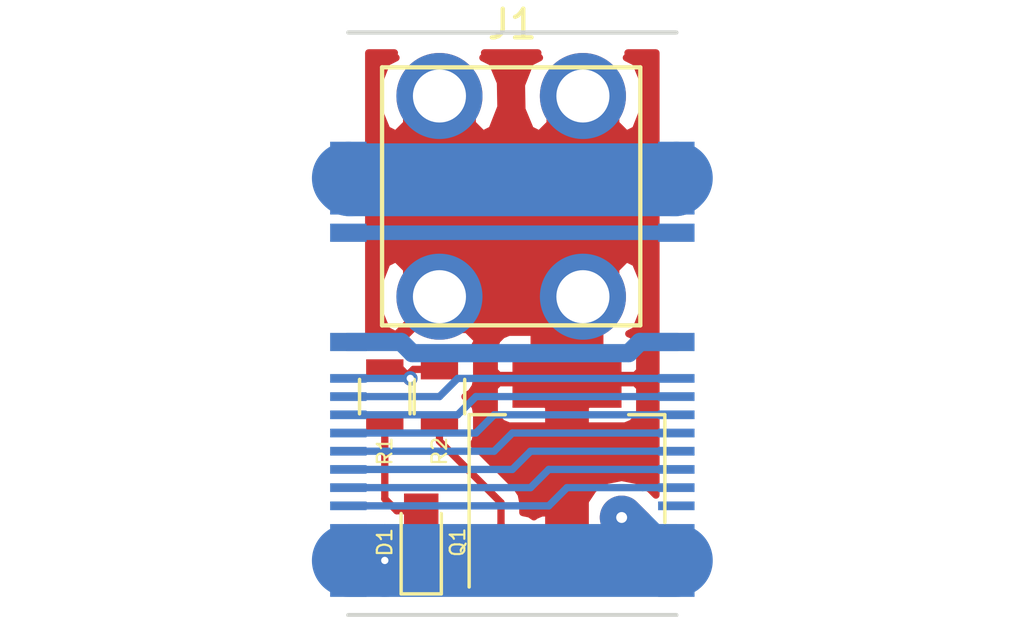
<source format=kicad_pcb>
(kicad_pcb (version 4) (host pcbnew 4.0.6-e0-6349~53~ubuntu16.04.1)

  (general
    (links 22)
    (no_connects 0)
    (area 128.042599 61.3026 164.057401 90.011686)
    (thickness 1.6)
    (drawings 2)
    (tracks 64)
    (zones 0)
    (modules 7)
    (nets 16)
  )

  (page A4)
  (layers
    (0 F.Cu signal)
    (31 B.Cu signal)
    (32 B.Adhes user)
    (33 F.Adhes user)
    (34 B.Paste user)
    (35 F.Paste user)
    (36 B.SilkS user)
    (37 F.SilkS user)
    (38 B.Mask user)
    (39 F.Mask user)
    (40 Dwgs.User user)
    (41 Cmts.User user)
    (42 Eco1.User user)
    (43 Eco2.User user)
    (44 Edge.Cuts user)
    (45 Margin user)
    (46 B.CrtYd user)
    (47 F.CrtYd user)
    (48 B.Fab user)
    (49 F.Fab user hide)
  )

  (setup
    (last_trace_width 0.254)
    (trace_clearance 0.1524)
    (zone_clearance 0.508)
    (zone_45_only no)
    (trace_min 0.1524)
    (segment_width 0.2)
    (edge_width 0.15)
    (via_size 0.508)
    (via_drill 0.254)
    (via_min_size 0.508)
    (via_min_drill 0.254)
    (uvia_size 0.3)
    (uvia_drill 0.1)
    (uvias_allowed no)
    (uvia_min_size 0)
    (uvia_min_drill 0)
    (pcb_text_width 0.3)
    (pcb_text_size 1.5 1.5)
    (mod_edge_width 0.15)
    (mod_text_size 1 1)
    (mod_text_width 0.15)
    (pad_size 1.524 1.524)
    (pad_drill 0.762)
    (pad_to_mask_clearance 0.2)
    (aux_axis_origin 140.335 81.28)
    (visible_elements FFFFFF7F)
    (pcbplotparams
      (layerselection 0x050f0_80000001)
      (usegerberextensions false)
      (excludeedgelayer true)
      (linewidth 0.100000)
      (plotframeref false)
      (viasonmask false)
      (mode 1)
      (useauxorigin true)
      (hpglpennumber 1)
      (hpglpenspeed 20)
      (hpglpendiameter 15)
      (hpglpenoverlay 2)
      (psnegative false)
      (psa4output false)
      (plotreference true)
      (plotvalue true)
      (plotinvisibletext false)
      (padsonsilk false)
      (subtractmaskfromsilk false)
      (outputformat 1)
      (mirror false)
      (drillshape 0)
      (scaleselection 1)
      (outputdirectory gbr))
  )

  (net 0 "")
  (net 1 "Net-(X1-Pad6)")
  (net 2 "Net-(X1-Pad7)")
  (net 3 "Net-(X1-Pad8)")
  (net 4 "Net-(X1-Pad9)")
  (net 5 "Net-(X1-Pad10)")
  (net 6 "Net-(X1-Pad11)")
  (net 7 "Net-(D1-Pad2)")
  (net 8 GND)
  (net 9 "Net-(J1-Pad1)")
  (net 10 "Net-(Q1-Pad1)")
  (net 11 "Net-(R1-Pad2)")
  (net 12 +12V)
  (net 13 /LIN)
  (net 14 "Net-(X1-Pad4)")
  (net 15 "Net-(X1-Pad12)")

  (net_class Default "This is the default net class."
    (clearance 0.1524)
    (trace_width 0.254)
    (via_dia 0.508)
    (via_drill 0.254)
    (uvia_dia 0.3)
    (uvia_drill 0.1)
    (add_net "Net-(D1-Pad2)")
    (add_net "Net-(Q1-Pad1)")
    (add_net "Net-(R1-Pad2)")
    (add_net "Net-(X1-Pad10)")
    (add_net "Net-(X1-Pad11)")
    (add_net "Net-(X1-Pad12)")
    (add_net "Net-(X1-Pad4)")
    (add_net "Net-(X1-Pad6)")
    (add_net "Net-(X1-Pad7)")
    (add_net "Net-(X1-Pad8)")
    (add_net "Net-(X1-Pad9)")
  )

  (net_class LIN ""
    (clearance 0.1524)
    (trace_width 0.508)
    (via_dia 0.508)
    (via_drill 0.254)
    (uvia_dia 0.3)
    (uvia_drill 0.1)
    (add_net /LIN)
  )

  (net_class Power ""
    (clearance 0.1524)
    (trace_width 2.54)
    (via_dia 2.54)
    (via_drill 1.27)
    (uvia_dia 0.3)
    (uvia_drill 0.1)
    (add_net +12V)
    (add_net GND)
    (add_net "Net-(J1-Pad1)")
  )

  (module Resistors_SMD:R_0805 (layer F.Cu) (tedit 597E6A2C) (tstamp 597B0361)
    (at 143.51 75.565 90)
    (descr "Resistor SMD 0805, reflow soldering, Vishay (see dcrcw.pdf)")
    (tags "resistor 0805")
    (path /597AED71)
    (attr smd)
    (fp_text reference R2 (at -1.905 0 90) (layer F.SilkS)
      (effects (font (size 0.508 0.508) (thickness 0.0762)))
    )
    (fp_text value 150 (at 0 1.75 90) (layer F.Fab)
      (effects (font (size 1 1) (thickness 0.15)))
    )
    (fp_text user %R (at 0 0 90) (layer F.Fab)
      (effects (font (size 0.5 0.5) (thickness 0.075)))
    )
    (fp_line (start -1 0.62) (end -1 -0.62) (layer F.Fab) (width 0.1))
    (fp_line (start 1 0.62) (end -1 0.62) (layer F.Fab) (width 0.1))
    (fp_line (start 1 -0.62) (end 1 0.62) (layer F.Fab) (width 0.1))
    (fp_line (start -1 -0.62) (end 1 -0.62) (layer F.Fab) (width 0.1))
    (fp_line (start 0.6 0.88) (end -0.6 0.88) (layer F.SilkS) (width 0.12))
    (fp_line (start -0.6 -0.88) (end 0.6 -0.88) (layer F.SilkS) (width 0.12))
    (fp_line (start -1.55 -0.9) (end 1.55 -0.9) (layer F.CrtYd) (width 0.05))
    (fp_line (start -1.55 -0.9) (end -1.55 0.9) (layer F.CrtYd) (width 0.05))
    (fp_line (start 1.55 0.9) (end 1.55 -0.9) (layer F.CrtYd) (width 0.05))
    (fp_line (start 1.55 0.9) (end -1.55 0.9) (layer F.CrtYd) (width 0.05))
    (pad 1 smd rect (at -0.95 0 90) (size 0.7 1.3) (layers F.Cu F.Paste F.Mask)
      (net 10 "Net-(Q1-Pad1)"))
    (pad 2 smd rect (at 0.95 0 90) (size 0.7 1.3) (layers F.Cu F.Paste F.Mask)
      (net 11 "Net-(R1-Pad2)"))
    (model R_0805.wrl
      (at (xyz 0 0 0))
      (scale (xyz 1 1 1))
      (rotate (xyz 0 0 0))
    )
  )

  (module Resistors_SMD:R_0805 (layer F.Cu) (tedit 597E6A23) (tstamp 597B0351)
    (at 141.605 75.565 90)
    (descr "Resistor SMD 0805, reflow soldering, Vishay (see dcrcw.pdf)")
    (tags "resistor 0805")
    (path /597AEE8B)
    (attr smd)
    (fp_text reference R1 (at -1.905 0 90) (layer F.SilkS)
      (effects (font (size 0.508 0.508) (thickness 0.0762)))
    )
    (fp_text value 150 (at 0 1.75 90) (layer F.Fab)
      (effects (font (size 1 1) (thickness 0.15)))
    )
    (fp_text user %R (at 0 0 90) (layer F.Fab)
      (effects (font (size 0.5 0.5) (thickness 0.075)))
    )
    (fp_line (start -1 0.62) (end -1 -0.62) (layer F.Fab) (width 0.1))
    (fp_line (start 1 0.62) (end -1 0.62) (layer F.Fab) (width 0.1))
    (fp_line (start 1 -0.62) (end 1 0.62) (layer F.Fab) (width 0.1))
    (fp_line (start -1 -0.62) (end 1 -0.62) (layer F.Fab) (width 0.1))
    (fp_line (start 0.6 0.88) (end -0.6 0.88) (layer F.SilkS) (width 0.12))
    (fp_line (start -0.6 -0.88) (end 0.6 -0.88) (layer F.SilkS) (width 0.12))
    (fp_line (start -1.55 -0.9) (end 1.55 -0.9) (layer F.CrtYd) (width 0.05))
    (fp_line (start -1.55 -0.9) (end -1.55 0.9) (layer F.CrtYd) (width 0.05))
    (fp_line (start 1.55 0.9) (end 1.55 -0.9) (layer F.CrtYd) (width 0.05))
    (fp_line (start 1.55 0.9) (end -1.55 0.9) (layer F.CrtYd) (width 0.05))
    (pad 1 smd rect (at -0.95 0 90) (size 0.7 1.3) (layers F.Cu F.Paste F.Mask)
      (net 7 "Net-(D1-Pad2)"))
    (pad 2 smd rect (at 0.95 0 90) (size 0.7 1.3) (layers F.Cu F.Paste F.Mask)
      (net 11 "Net-(R1-Pad2)"))
    (model R_0805.wrl
      (at (xyz 0 0 0))
      (scale (xyz 1 1 1))
      (rotate (xyz 0 0 0))
    )
  )

  (module LEDs:LED_0805 (layer F.Cu) (tedit 597E6A3D) (tstamp 597B033D)
    (at 142.875 80.645 90)
    (descr "LED 0805 smd package")
    (tags "LED led 0805 SMD smd SMT smt smdled SMDLED smtled SMTLED")
    (path /597AED68)
    (attr smd)
    (fp_text reference D1 (at 0 -1.27 90) (layer F.SilkS)
      (effects (font (size 0.508 0.508) (thickness 0.0762)))
    )
    (fp_text value LITEON-LTST-C170KGKT (at 0 1.55 90) (layer F.Fab)
      (effects (font (size 1 1) (thickness 0.15)))
    )
    (fp_line (start -1.8 -0.7) (end -1.8 0.7) (layer F.SilkS) (width 0.12))
    (fp_line (start -0.4 -0.4) (end -0.4 0.4) (layer F.Fab) (width 0.1))
    (fp_line (start -0.4 0) (end 0.2 -0.4) (layer F.Fab) (width 0.1))
    (fp_line (start 0.2 0.4) (end -0.4 0) (layer F.Fab) (width 0.1))
    (fp_line (start 0.2 -0.4) (end 0.2 0.4) (layer F.Fab) (width 0.1))
    (fp_line (start 1 0.6) (end -1 0.6) (layer F.Fab) (width 0.1))
    (fp_line (start 1 -0.6) (end 1 0.6) (layer F.Fab) (width 0.1))
    (fp_line (start -1 -0.6) (end 1 -0.6) (layer F.Fab) (width 0.1))
    (fp_line (start -1 0.6) (end -1 -0.6) (layer F.Fab) (width 0.1))
    (fp_line (start -1.8 0.7) (end 1 0.7) (layer F.SilkS) (width 0.12))
    (fp_line (start -1.8 -0.7) (end 1 -0.7) (layer F.SilkS) (width 0.12))
    (fp_line (start 1.95 -0.85) (end 1.95 0.85) (layer F.CrtYd) (width 0.05))
    (fp_line (start 1.95 0.85) (end -1.95 0.85) (layer F.CrtYd) (width 0.05))
    (fp_line (start -1.95 0.85) (end -1.95 -0.85) (layer F.CrtYd) (width 0.05))
    (fp_line (start -1.95 -0.85) (end 1.95 -0.85) (layer F.CrtYd) (width 0.05))
    (pad 2 smd rect (at 1.1 0 270) (size 1.2 1.2) (layers F.Cu F.Paste F.Mask)
      (net 7 "Net-(D1-Pad2)"))
    (pad 1 smd rect (at -1.1 0 270) (size 1.2 1.2) (layers F.Cu F.Paste F.Mask)
      (net 8 GND))
    (model LED_0805.wrl
      (at (xyz 0 0 0))
      (scale (xyz 1 1 1))
      (rotate (xyz 0 0 180))
    )
  )

  (module TO_SOT_Packages_SMD:SOT-223 (layer F.Cu) (tedit 597E6A33) (tstamp 597AF08B)
    (at 147.955 78.105 90)
    (descr "module CMS SOT223 4 pins")
    (tags "CMS SOT")
    (path /597AED5A)
    (attr smd)
    (fp_text reference Q1 (at -2.54 -3.81 90) (layer F.SilkS)
      (effects (font (size 0.508 0.508) (thickness 0.0762)))
    )
    (fp_text value Q_NMOS_GDSD (at 0 4.5 90) (layer F.Fab)
      (effects (font (size 1 1) (thickness 0.15)))
    )
    (fp_text user %R (at 0 0 180) (layer F.Fab)
      (effects (font (size 0.8 0.8) (thickness 0.12)))
    )
    (fp_line (start -1.85 -2.3) (end -0.8 -3.35) (layer F.Fab) (width 0.1))
    (fp_line (start 1.91 3.41) (end 1.91 2.15) (layer F.SilkS) (width 0.12))
    (fp_line (start 1.91 -3.41) (end 1.91 -2.15) (layer F.SilkS) (width 0.12))
    (fp_line (start 4.4 -3.6) (end -4.4 -3.6) (layer F.CrtYd) (width 0.05))
    (fp_line (start 4.4 3.6) (end 4.4 -3.6) (layer F.CrtYd) (width 0.05))
    (fp_line (start -4.4 3.6) (end 4.4 3.6) (layer F.CrtYd) (width 0.05))
    (fp_line (start -4.4 -3.6) (end -4.4 3.6) (layer F.CrtYd) (width 0.05))
    (fp_line (start -1.85 -2.3) (end -1.85 3.35) (layer F.Fab) (width 0.1))
    (fp_line (start -1.85 3.41) (end 1.91 3.41) (layer F.SilkS) (width 0.12))
    (fp_line (start -0.8 -3.35) (end 1.85 -3.35) (layer F.Fab) (width 0.1))
    (fp_line (start -4.1 -3.41) (end 1.91 -3.41) (layer F.SilkS) (width 0.12))
    (fp_line (start -1.85 3.35) (end 1.85 3.35) (layer F.Fab) (width 0.1))
    (fp_line (start 1.85 -3.35) (end 1.85 3.35) (layer F.Fab) (width 0.1))
    (pad 4 smd rect (at 3.15 0 90) (size 2 3.8) (layers F.Cu F.Paste F.Mask)
      (net 9 "Net-(J1-Pad1)"))
    (pad 2 smd rect (at -3.15 0 90) (size 2 1.5) (layers F.Cu F.Paste F.Mask)
      (net 9 "Net-(J1-Pad1)"))
    (pad 3 smd rect (at -3.15 2.3 90) (size 2 1.5) (layers F.Cu F.Paste F.Mask)
      (net 8 GND))
    (pad 1 smd rect (at -3.15 -2.3 90) (size 2 1.5) (layers F.Cu F.Paste F.Mask)
      (net 10 "Net-(Q1-Pad1)"))
    (model SOT-223.wrl
      (at (xyz 0 0 0))
      (scale (xyz 1 1 1))
      (rotate (xyz 0 0 0))
    )
  )

  (module connectors:TERM_SCREW_M3 (layer F.Cu) (tedit 595A133F) (tstamp 597AF075)
    (at 146.01 68.58)
    (path /597AF39A)
    (fp_text reference J1 (at 0.04 -6) (layer F.SilkS)
      (effects (font (size 1 1) (thickness 0.15)))
    )
    (fp_text value Screw_Terminal_1x01 (at 0 5) (layer F.Fab)
      (effects (font (size 1 1) (thickness 0.15)))
    )
    (fp_line (start -5 -5) (end 5 -5) (layer F.CrtYd) (width 0.15))
    (fp_line (start -5 5) (end -5 -5) (layer F.CrtYd) (width 0.15))
    (fp_line (start 5 5) (end -5 5) (layer F.CrtYd) (width 0.15))
    (fp_line (start 5 -5) (end 5 5) (layer F.CrtYd) (width 0.15))
    (fp_line (start -4.5 4.5) (end -4.5 -4.5) (layer F.SilkS) (width 0.15))
    (fp_line (start 4.5 4.5) (end -4.5 4.5) (layer F.SilkS) (width 0.15))
    (fp_line (start 4.5 -4.5) (end 4.5 4.5) (layer F.SilkS) (width 0.15))
    (fp_line (start -4.5 -4.5) (end 4.5 -4.5) (layer F.SilkS) (width 0.15))
    (fp_circle (center 0 0) (end 1.5 0) (layer F.Fab) (width 0.15))
    (fp_line (start -3.937 -3.937) (end -3.937 3.937) (layer F.Fab) (width 0.15))
    (fp_line (start 3.937 -3.937) (end -3.937 -3.937) (layer F.Fab) (width 0.15))
    (fp_line (start 3.937 3.937) (end 3.937 -3.937) (layer F.Fab) (width 0.15))
    (fp_line (start -3.937 3.937) (end 3.937 3.937) (layer F.Fab) (width 0.15))
    (pad 1 thru_hole circle (at -2.5 -3.5) (size 3 3) (drill 1.85) (layers *.Cu *.Mask)
      (net 9 "Net-(J1-Pad1)"))
    (pad 1 thru_hole circle (at 2.5 -3.5) (size 3 3) (drill 1.85) (layers *.Cu *.Mask)
      (net 9 "Net-(J1-Pad1)"))
    (pad 1 thru_hole circle (at 2.5 3.5) (size 3 3) (drill 1.85) (layers *.Cu *.Mask)
      (net 9 "Net-(J1-Pad1)"))
    (pad 1 thru_hole circle (at -2.5 3.5) (size 3 3) (drill 1.85) (layers *.Cu *.Mask)
      (net 9 "Net-(J1-Pad1)"))
    (model keystone-PN7771.wrl
      (at (xyz 0 0 0))
      (scale (xyz 1 1 1))
      (rotate (xyz 0 0 0))
    )
  )

  (module interface:interface (layer F.Cu) (tedit 597E72C6) (tstamp 597AE7E7)
    (at 140.335 63.5)
    (path /597AE2F5)
    (fp_text reference X1 (at 0 20.32) (layer F.SilkS) hide
      (effects (font (size 1 1) (thickness 0.15)))
    )
    (fp_text value interface (at 0 -1.27) (layer F.Fab) hide
      (effects (font (size 1 1) (thickness 0.15)))
    )
    (fp_line (start -5.715 4.445) (end -5.715 5.715) (layer F.Fab) (width 0.15))
    (fp_line (start -5.08 5.08) (end -6.35 5.08) (layer F.Fab) (width 0.15))
    (fp_line (start 5.715 4.445) (end 5.715 5.715) (layer F.Fab) (width 0.15))
    (fp_line (start 5.08 5.08) (end 6.35 5.08) (layer F.Fab) (width 0.15))
    (fp_line (start -11.43 -0.635) (end -11.43 0) (layer F.Fab) (width 0.15))
    (fp_line (start -12.065 -0.635) (end -10.795 -0.635) (layer F.Fab) (width 0.15))
    (fp_line (start -12.065 19.685) (end -10.795 19.685) (layer F.Fab) (width 0.15))
    (fp_line (start -11.43 19.685) (end -11.43 19.05) (layer F.Fab) (width 0.15))
    (fp_line (start 11.43 -0.635) (end 11.43 0) (layer F.Fab) (width 0.15))
    (fp_line (start 10.795 -0.635) (end 12.065 -0.635) (layer F.Fab) (width 0.15))
    (fp_line (start 0 -0.635) (end 0 0) (layer F.Fab) (width 0.15))
    (fp_line (start -0.635 -0.635) (end 0.635 -0.635) (layer F.Fab) (width 0.15))
    (fp_line (start 10.795 19.685) (end 12.065 19.685) (layer F.Fab) (width 0.15))
    (fp_line (start 11.43 19.685) (end 11.43 19.05) (layer F.Fab) (width 0.15))
    (fp_line (start 0 19.05) (end 0 19.685) (layer F.Fab) (width 0.15))
    (fp_line (start -0.635 19.685) (end 0.635 19.685) (layer F.Fab) (width 0.15))
    (pad 1 smd rect (at 0 4.445) (size 1.27 2.54) (layers B.Cu)
      (net 12 +12V))
    (pad 2 smd rect (at 0 17.78) (size 1.27 2.54) (layers B.Cu)
      (net 8 GND))
    (pad 3 smd rect (at 0 6.35) (size 1.27 0.635) (layers B.Cu)
      (net 13 /LIN))
    (pad 5 smd rect (at 0 11.43) (size 1.27 0.3048) (layers B.Cu)
      (net 11 "Net-(R1-Pad2)"))
    (pad 6 smd rect (at 0 12.065) (size 1.27 0.3048) (layers B.Cu)
      (net 1 "Net-(X1-Pad6)"))
    (pad 7 smd rect (at 0 12.7) (size 1.27 0.3048) (layers B.Cu)
      (net 2 "Net-(X1-Pad7)"))
    (pad 8 smd rect (at 0 13.335) (size 1.27 0.3048) (layers B.Cu)
      (net 3 "Net-(X1-Pad8)"))
    (pad 9 smd rect (at 0 13.97) (size 1.27 0.3048) (layers B.Cu)
      (net 4 "Net-(X1-Pad9)"))
    (pad 10 smd rect (at 0 14.605) (size 1.27 0.3048) (layers B.Cu)
      (net 5 "Net-(X1-Pad10)"))
    (pad 11 smd rect (at 0 15.24) (size 1.27 0.3048) (layers B.Cu)
      (net 6 "Net-(X1-Pad11)"))
    (pad 12 smd rect (at 0 15.875) (size 1.27 0.3048) (layers B.Cu)
      (net 15 "Net-(X1-Pad12)"))
    (pad 4 smd rect (at 0 10.16) (size 1.27 0.635) (layers B.Cu)
      (net 14 "Net-(X1-Pad4)"))
  )

  (module interface:interface (layer F.Cu) (tedit 597E72C6) (tstamp 597AE801)
    (at 151.765 63.5)
    (path /597AE32C)
    (fp_text reference X2 (at 0 20.32) (layer F.SilkS) hide
      (effects (font (size 1 1) (thickness 0.15)))
    )
    (fp_text value interface (at 0 -1.27) (layer F.Fab) hide
      (effects (font (size 1 1) (thickness 0.15)))
    )
    (fp_line (start -5.715 4.445) (end -5.715 5.715) (layer F.Fab) (width 0.15))
    (fp_line (start -5.08 5.08) (end -6.35 5.08) (layer F.Fab) (width 0.15))
    (fp_line (start 5.715 4.445) (end 5.715 5.715) (layer F.Fab) (width 0.15))
    (fp_line (start 5.08 5.08) (end 6.35 5.08) (layer F.Fab) (width 0.15))
    (fp_line (start -11.43 -0.635) (end -11.43 0) (layer F.Fab) (width 0.15))
    (fp_line (start -12.065 -0.635) (end -10.795 -0.635) (layer F.Fab) (width 0.15))
    (fp_line (start -12.065 19.685) (end -10.795 19.685) (layer F.Fab) (width 0.15))
    (fp_line (start -11.43 19.685) (end -11.43 19.05) (layer F.Fab) (width 0.15))
    (fp_line (start 11.43 -0.635) (end 11.43 0) (layer F.Fab) (width 0.15))
    (fp_line (start 10.795 -0.635) (end 12.065 -0.635) (layer F.Fab) (width 0.15))
    (fp_line (start 0 -0.635) (end 0 0) (layer F.Fab) (width 0.15))
    (fp_line (start -0.635 -0.635) (end 0.635 -0.635) (layer F.Fab) (width 0.15))
    (fp_line (start 10.795 19.685) (end 12.065 19.685) (layer F.Fab) (width 0.15))
    (fp_line (start 11.43 19.685) (end 11.43 19.05) (layer F.Fab) (width 0.15))
    (fp_line (start 0 19.05) (end 0 19.685) (layer F.Fab) (width 0.15))
    (fp_line (start -0.635 19.685) (end 0.635 19.685) (layer F.Fab) (width 0.15))
    (pad 1 smd rect (at 0 4.445) (size 1.27 2.54) (layers B.Cu)
      (net 12 +12V))
    (pad 2 smd rect (at 0 17.78) (size 1.27 2.54) (layers B.Cu)
      (net 8 GND))
    (pad 3 smd rect (at 0 6.35) (size 1.27 0.635) (layers B.Cu)
      (net 13 /LIN))
    (pad 5 smd rect (at 0 11.43) (size 1.27 0.3048) (layers B.Cu)
      (net 1 "Net-(X1-Pad6)"))
    (pad 6 smd rect (at 0 12.065) (size 1.27 0.3048) (layers B.Cu)
      (net 2 "Net-(X1-Pad7)"))
    (pad 7 smd rect (at 0 12.7) (size 1.27 0.3048) (layers B.Cu)
      (net 3 "Net-(X1-Pad8)"))
    (pad 8 smd rect (at 0 13.335) (size 1.27 0.3048) (layers B.Cu)
      (net 4 "Net-(X1-Pad9)"))
    (pad 9 smd rect (at 0 13.97) (size 1.27 0.3048) (layers B.Cu)
      (net 5 "Net-(X1-Pad10)"))
    (pad 10 smd rect (at 0 14.605) (size 1.27 0.3048) (layers B.Cu)
      (net 6 "Net-(X1-Pad11)"))
    (pad 11 smd rect (at 0 15.24) (size 1.27 0.3048) (layers B.Cu)
      (net 15 "Net-(X1-Pad12)"))
    (pad 12 smd rect (at 0 15.875) (size 1.27 0.3048) (layers B.Cu))
    (pad 4 smd rect (at 0 10.16) (size 1.27 0.635) (layers B.Cu)
      (net 14 "Net-(X1-Pad4)"))
  )

  (gr_line (start 151.765 83.185) (end 140.335 83.185) (layer Edge.Cuts) (width 0.15))
  (gr_line (start 140.335 62.865) (end 151.765 62.865) (layer Edge.Cuts) (width 0.15))

  (segment (start 140.335 75.565) (end 143.51 75.565) (width 0.254) (layer B.Cu) (net 1))
  (segment (start 143.51 75.565) (end 144.145 74.93) (width 0.254) (layer B.Cu) (net 1))
  (segment (start 144.145 74.93) (end 150.876 74.93) (width 0.254) (layer B.Cu) (net 1))
  (segment (start 150.876 74.93) (end 151.765 74.93) (width 0.254) (layer B.Cu) (net 1))
  (segment (start 151.765 75.565) (end 144.78 75.565) (width 0.254) (layer B.Cu) (net 2))
  (segment (start 144.78 75.565) (end 144.145 76.2) (width 0.254) (layer B.Cu) (net 2))
  (segment (start 144.145 76.2) (end 140.335 76.2) (width 0.254) (layer B.Cu) (net 2))
  (segment (start 140.335 76.835) (end 144.78 76.835) (width 0.254) (layer B.Cu) (net 3))
  (segment (start 144.78 76.835) (end 145.415 76.2) (width 0.254) (layer B.Cu) (net 3))
  (segment (start 145.415 76.2) (end 151.765 76.2) (width 0.254) (layer B.Cu) (net 3))
  (segment (start 151.765 76.835) (end 146.05 76.835) (width 0.254) (layer B.Cu) (net 4))
  (segment (start 146.05 76.835) (end 145.415 77.47) (width 0.254) (layer B.Cu) (net 4))
  (segment (start 145.415 77.47) (end 140.335 77.47) (width 0.254) (layer B.Cu) (net 4))
  (segment (start 140.335 78.105) (end 146.05 78.105) (width 0.254) (layer B.Cu) (net 5))
  (segment (start 146.685 77.47) (end 151.765 77.47) (width 0.254) (layer B.Cu) (net 5))
  (segment (start 146.05 78.105) (end 146.685 77.47) (width 0.254) (layer B.Cu) (net 5))
  (segment (start 151.765 78.105) (end 147.32 78.105) (width 0.254) (layer B.Cu) (net 6))
  (segment (start 147.32 78.105) (end 146.685 78.74) (width 0.254) (layer B.Cu) (net 6))
  (segment (start 146.685 78.74) (end 140.335 78.74) (width 0.254) (layer B.Cu) (net 6))
  (segment (start 141.605 76.515) (end 141.605 79.129) (width 0.254) (layer F.Cu) (net 7))
  (segment (start 141.605 79.129) (end 142.021 79.545) (width 0.254) (layer F.Cu) (net 7))
  (segment (start 142.021 79.545) (end 142.875 79.545) (width 0.254) (layer F.Cu) (net 7))
  (segment (start 150.255 81.255) (end 150.255 80.17641) (width 1.524) (layer F.Cu) (net 8))
  (segment (start 150.255 80.17641) (end 149.86 79.78141) (width 1.524) (layer F.Cu) (net 8))
  (via (at 149.86 79.78141) (size 0.762) (drill 0.381) (layers F.Cu B.Cu) (net 8))
  (segment (start 151.765 81.28) (end 151.35859 81.28) (width 1.524) (layer B.Cu) (net 8))
  (segment (start 151.35859 81.28) (end 149.86 79.78141) (width 1.524) (layer B.Cu) (net 8))
  (segment (start 151.765 81.28) (end 141.605 81.28) (width 2.54) (layer B.Cu) (net 8))
  (segment (start 142.875 81.745) (end 142.07 81.745) (width 0.254) (layer F.Cu) (net 8))
  (segment (start 141.605 81.28) (end 140.335 81.28) (width 2.54) (layer B.Cu) (net 8))
  (segment (start 142.07 81.745) (end 141.605 81.28) (width 0.254) (layer F.Cu) (net 8))
  (via (at 141.605 81.28) (size 0.508) (drill 0.254) (layers F.Cu B.Cu) (net 8))
  (segment (start 143.51 72.08) (end 148.51 72.08) (width 2.54) (layer F.Cu) (net 9))
  (segment (start 147.955 74.955) (end 147.955 81.255) (width 1.524) (layer F.Cu) (net 9))
  (segment (start 148.51 65.08) (end 148.51 72.08) (width 2.54) (layer F.Cu) (net 9))
  (segment (start 143.51 72.08) (end 143.51 65.08) (width 2.54) (layer F.Cu) (net 9))
  (segment (start 147.955 74.955) (end 147.955 72.635) (width 2.54) (layer F.Cu) (net 9))
  (segment (start 147.955 72.635) (end 148.51 72.08) (width 2.54) (layer F.Cu) (net 9))
  (segment (start 143.51 76.515) (end 143.51 77.119) (width 0.254) (layer F.Cu) (net 10))
  (segment (start 143.51 77.119) (end 145.655 79.264) (width 0.254) (layer F.Cu) (net 10))
  (segment (start 145.655 79.264) (end 145.655 80.001) (width 0.254) (layer F.Cu) (net 10))
  (segment (start 145.655 80.001) (end 145.655 81.255) (width 0.254) (layer F.Cu) (net 10))
  (segment (start 142.240001 74.676001) (end 142.494 74.93) (width 0.254) (layer F.Cu) (net 11))
  (segment (start 141.605 74.615) (end 142.179 74.615) (width 0.254) (layer F.Cu) (net 11))
  (segment (start 142.494 74.727) (end 142.494 74.93) (width 0.254) (layer F.Cu) (net 11))
  (segment (start 142.606 74.615) (end 142.494 74.727) (width 0.254) (layer F.Cu) (net 11))
  (segment (start 143.51 74.615) (end 142.606 74.615) (width 0.254) (layer F.Cu) (net 11))
  (segment (start 142.179 74.615) (end 142.240001 74.676001) (width 0.254) (layer F.Cu) (net 11))
  (segment (start 140.335 74.93) (end 142.494 74.93) (width 0.254) (layer B.Cu) (net 11))
  (via (at 142.494 74.93) (size 0.508) (drill 0.254) (layers F.Cu B.Cu) (net 11))
  (segment (start 140.335 74.93) (end 140.97 74.93) (width 0.254) (layer B.Cu) (net 11))
  (segment (start 151.765 67.945) (end 151.707599 68.002401) (width 2.54) (layer B.Cu) (net 12))
  (segment (start 151.707599 68.002401) (end 140.392401 68.002401) (width 2.54) (layer B.Cu) (net 12))
  (segment (start 140.392401 68.002401) (end 140.335 67.945) (width 2.54) (layer B.Cu) (net 12))
  (segment (start 140.335 69.85) (end 151.765 69.85) (width 0.508) (layer B.Cu) (net 13))
  (segment (start 140.335 73.66) (end 142.174546 73.66) (width 0.635) (layer B.Cu) (net 14))
  (segment (start 142.174546 73.66) (end 142.564447 74.049901) (width 0.635) (layer B.Cu) (net 14))
  (segment (start 142.564447 74.049901) (end 150.105099 74.049901) (width 0.635) (layer B.Cu) (net 14))
  (segment (start 150.105099 74.049901) (end 150.495 73.66) (width 0.635) (layer B.Cu) (net 14))
  (segment (start 150.495 73.66) (end 151.765 73.66) (width 0.635) (layer B.Cu) (net 14))
  (segment (start 140.335 79.375) (end 147.32 79.375) (width 0.254) (layer B.Cu) (net 15))
  (segment (start 147.32 79.375) (end 147.955 78.74) (width 0.254) (layer B.Cu) (net 15))
  (segment (start 147.955 78.74) (end 150.59152 78.74) (width 0.254) (layer B.Cu) (net 15))
  (segment (start 150.59152 78.74) (end 151.765 78.74) (width 0.254) (layer B.Cu) (net 15))

  (zone (net 9) (net_name "Net-(J1-Pad1)") (layer F.Cu) (tstamp 0) (hatch edge 0.508)
    (connect_pads (clearance 0.508))
    (min_thickness 0.254)
    (fill yes (arc_segments 16) (thermal_gap 0.508) (thermal_bridge_width 0.508))
    (polygon
      (pts
        (xy 140.335 62.865) (xy 151.765 62.865) (xy 151.765 83.185) (xy 140.335 83.185)
      )
    )
    (filled_polygon
      (pts
        (xy 141.882706 63.632314) (xy 141.996028 63.745636) (xy 141.677261 63.905418) (xy 141.367277 64.696187) (xy 141.383503 65.545387)
        (xy 141.677261 66.254582) (xy 141.99603 66.414365) (xy 143.330395 65.08) (xy 143.316253 65.065858) (xy 143.495858 64.886253)
        (xy 143.51 64.900395) (xy 143.524143 64.886253) (xy 143.703748 65.065858) (xy 143.689605 65.08) (xy 145.02397 66.414365)
        (xy 145.342739 66.254582) (xy 145.652723 65.463813) (xy 145.636497 64.614613) (xy 145.342739 63.905418) (xy 145.023972 63.745636)
        (xy 145.137294 63.632314) (xy 145.07998 63.575) (xy 146.94002 63.575) (xy 146.882706 63.632314) (xy 146.996028 63.745636)
        (xy 146.677261 63.905418) (xy 146.367277 64.696187) (xy 146.383503 65.545387) (xy 146.677261 66.254582) (xy 146.99603 66.414365)
        (xy 148.330395 65.08) (xy 148.316253 65.065858) (xy 148.495858 64.886253) (xy 148.51 64.900395) (xy 148.524143 64.886253)
        (xy 148.703748 65.065858) (xy 148.689605 65.08) (xy 150.02397 66.414365) (xy 150.342739 66.254582) (xy 150.652723 65.463813)
        (xy 150.636497 64.614613) (xy 150.342739 63.905418) (xy 150.023972 63.745636) (xy 150.137294 63.632314) (xy 150.07998 63.575)
        (xy 151.055 63.575) (xy 151.055 79.000754) (xy 150.847828 78.793582) (xy 150.394609 78.49075) (xy 149.86 78.38441)
        (xy 149.325391 78.49075) (xy 148.872172 78.793582) (xy 148.56934 79.246801) (xy 148.495106 79.62) (xy 148.24075 79.62)
        (xy 148.082 79.77875) (xy 148.082 81.128) (xy 148.102 81.128) (xy 148.102 81.382) (xy 148.082 81.382)
        (xy 148.082 81.402) (xy 147.828 81.402) (xy 147.828 81.382) (xy 147.808 81.382) (xy 147.808 81.128)
        (xy 147.828 81.128) (xy 147.828 79.77875) (xy 147.66925 79.62) (xy 147.07869 79.62) (xy 146.845301 79.716673)
        (xy 146.80334 79.758634) (xy 146.65689 79.658569) (xy 146.417 79.60999) (xy 146.417 79.264) (xy 146.358996 78.972395)
        (xy 146.193815 78.725185) (xy 144.687055 77.218425) (xy 144.756431 77.11689) (xy 144.80744 76.865) (xy 144.80744 76.165)
        (xy 144.763162 75.929683) (xy 144.62409 75.713559) (xy 144.41189 75.568569) (xy 144.398803 75.565919) (xy 144.611441 75.42909)
        (xy 144.740128 75.24075) (xy 145.42 75.24075) (xy 145.42 76.081309) (xy 145.516673 76.314698) (xy 145.695301 76.493327)
        (xy 145.92869 76.59) (xy 147.66925 76.59) (xy 147.828 76.43125) (xy 147.828 75.082) (xy 148.082 75.082)
        (xy 148.082 76.43125) (xy 148.24075 76.59) (xy 149.98131 76.59) (xy 150.214699 76.493327) (xy 150.393327 76.314698)
        (xy 150.49 76.081309) (xy 150.49 75.24075) (xy 150.33125 75.082) (xy 148.082 75.082) (xy 147.828 75.082)
        (xy 145.57875 75.082) (xy 145.42 75.24075) (xy 144.740128 75.24075) (xy 144.756431 75.21689) (xy 144.80744 74.965)
        (xy 144.80744 74.265) (xy 144.763162 74.029683) (xy 144.68604 73.909831) (xy 144.726711 73.828691) (xy 145.42 73.828691)
        (xy 145.42 74.66925) (xy 145.57875 74.828) (xy 147.828 74.828) (xy 147.828 74.808) (xy 148.082 74.808)
        (xy 148.082 74.828) (xy 150.33125 74.828) (xy 150.49 74.66925) (xy 150.49 73.828691) (xy 150.393327 73.595302)
        (xy 150.214699 73.416673) (xy 150.107747 73.372372) (xy 150.342739 73.254582) (xy 150.652723 72.463813) (xy 150.636497 71.614613)
        (xy 150.342739 70.905418) (xy 150.02397 70.745635) (xy 148.689605 72.08) (xy 148.703748 72.094143) (xy 148.524143 72.273748)
        (xy 148.51 72.259605) (xy 148.495858 72.273748) (xy 148.316253 72.094143) (xy 148.330395 72.08) (xy 146.99603 70.745635)
        (xy 146.677261 70.905418) (xy 146.367277 71.696187) (xy 146.383503 72.545387) (xy 146.677261 73.254582) (xy 146.807771 73.32)
        (xy 145.92869 73.32) (xy 145.695301 73.416673) (xy 145.516673 73.595302) (xy 145.42 73.828691) (xy 144.726711 73.828691)
        (xy 144.844365 73.59397) (xy 143.51 72.259605) (xy 142.175635 73.59397) (xy 142.187459 73.61756) (xy 141.045 73.61756)
        (xy 141.045 71.696187) (xy 141.367277 71.696187) (xy 141.383503 72.545387) (xy 141.677261 73.254582) (xy 141.99603 73.414365)
        (xy 143.330395 72.08) (xy 143.689605 72.08) (xy 145.02397 73.414365) (xy 145.342739 73.254582) (xy 145.652723 72.463813)
        (xy 145.636497 71.614613) (xy 145.342739 70.905418) (xy 145.02397 70.745635) (xy 143.689605 72.08) (xy 143.330395 72.08)
        (xy 141.99603 70.745635) (xy 141.677261 70.905418) (xy 141.367277 71.696187) (xy 141.045 71.696187) (xy 141.045 70.56603)
        (xy 142.175635 70.56603) (xy 143.51 71.900395) (xy 144.844365 70.56603) (xy 147.175635 70.56603) (xy 148.51 71.900395)
        (xy 149.844365 70.56603) (xy 149.684582 70.247261) (xy 148.893813 69.937277) (xy 148.044613 69.953503) (xy 147.335418 70.247261)
        (xy 147.175635 70.56603) (xy 144.844365 70.56603) (xy 144.684582 70.247261) (xy 143.893813 69.937277) (xy 143.044613 69.953503)
        (xy 142.335418 70.247261) (xy 142.175635 70.56603) (xy 141.045 70.56603) (xy 141.045 66.59397) (xy 142.175635 66.59397)
        (xy 142.335418 66.912739) (xy 143.126187 67.222723) (xy 143.975387 67.206497) (xy 144.684582 66.912739) (xy 144.844365 66.59397)
        (xy 147.175635 66.59397) (xy 147.335418 66.912739) (xy 148.126187 67.222723) (xy 148.975387 67.206497) (xy 149.684582 66.912739)
        (xy 149.844365 66.59397) (xy 148.51 65.259605) (xy 147.175635 66.59397) (xy 144.844365 66.59397) (xy 143.51 65.259605)
        (xy 142.175635 66.59397) (xy 141.045 66.59397) (xy 141.045 63.575) (xy 141.94002 63.575)
      )
    )
  )
)

</source>
